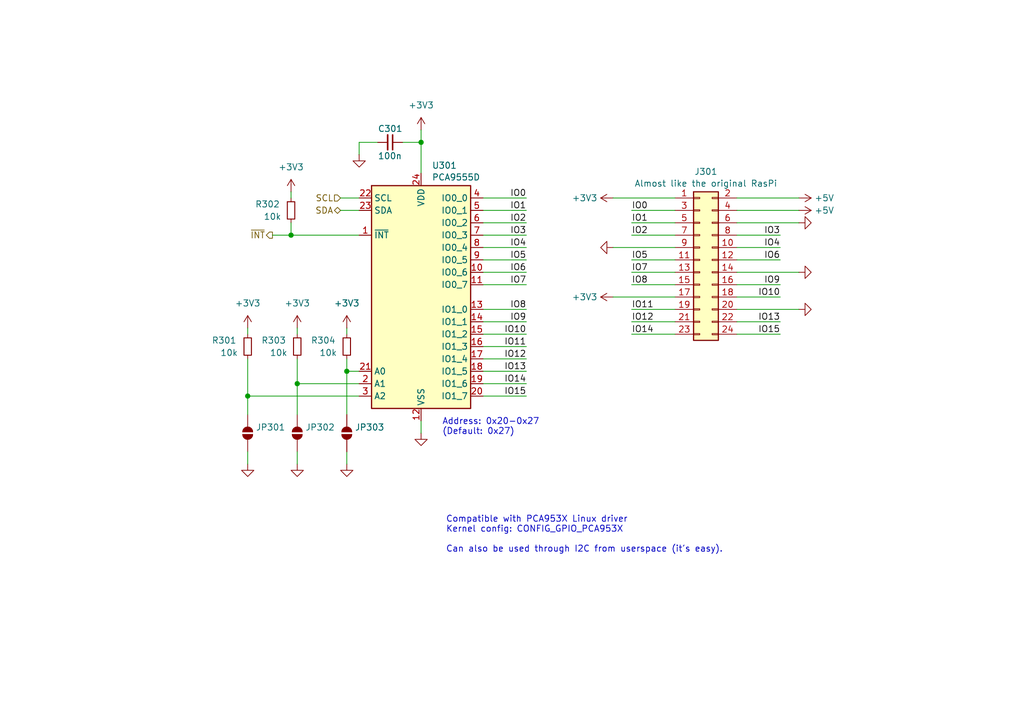
<source format=kicad_sch>
(kicad_sch (version 20231120) (generator "eeschema") (generator_version "8.0")
  (paper "A5")
  (lib_symbols
    (symbol "Connector_Generic:Conn_02x12_Odd_Even" (pin_names (offset 1.016) hide)
      (property "Reference" "J" (at 1.27 15.24 0))
      (property "Value" "Conn_02x12_Odd_Even" (at 1.27 -17.78 0))
      (symbol "Conn_02x12_Odd_Even_1_1"
        (rectangle (start -1.27 -15.113) (end 0 -15.367) (stroke (width 0.1524)))
        (rectangle (start -1.27 -12.573) (end 0 -12.827) (stroke (width 0.1524)))
        (rectangle (start -1.27 -10.033) (end 0 -10.287) (stroke (width 0.1524)))
        (rectangle (start -1.27 -7.493) (end 0 -7.747) (stroke (width 0.1524)))
        (rectangle (start -1.27 -4.953) (end 0 -5.207) (stroke (width 0.1524)))
        (rectangle (start -1.27 -2.413) (end 0 -2.667) (stroke (width 0.1524)))
        (rectangle (start -1.27 0.127) (end 0 -0.127) (stroke (width 0.1524)))
        (rectangle (start -1.27 2.667) (end 0 2.413) (stroke (width 0.1524)))
        (rectangle (start -1.27 5.207) (end 0 4.953) (stroke (width 0.1524)))
        (rectangle (start -1.27 7.747) (end 0 7.493) (stroke (width 0.1524)))
        (rectangle (start -1.27 10.287) (end 0 10.033) (stroke (width 0.1524)))
        (rectangle (start -1.27 12.827) (end 0 12.573) (stroke (width 0.1524)))
        (rectangle (start -1.27 13.97) (end 3.81 -16.51) (stroke (width 0.254)) (fill (type background)))
        (rectangle (start 3.81 -15.113) (end 2.54 -15.367) (stroke (width 0.1524)))
        (rectangle (start 3.81 -12.573) (end 2.54 -12.827) (stroke (width 0.1524)))
        (rectangle (start 3.81 -10.033) (end 2.54 -10.287) (stroke (width 0.1524)))
        (rectangle (start 3.81 -7.493) (end 2.54 -7.747) (stroke (width 0.1524)))
        (rectangle (start 3.81 -4.953) (end 2.54 -5.207) (stroke (width 0.1524)))
        (rectangle (start 3.81 -2.413) (end 2.54 -2.667) (stroke (width 0.1524)))
        (rectangle (start 3.81 0.127) (end 2.54 -0.127) (stroke (width 0.1524)))
        (rectangle (start 3.81 2.667) (end 2.54 2.413) (stroke (width 0.1524)))
        (rectangle (start 3.81 5.207) (end 2.54 4.953) (stroke (width 0.1524)))
        (rectangle (start 3.81 7.747) (end 2.54 7.493) (stroke (width 0.1524)))
        (rectangle (start 3.81 10.287) (end 2.54 10.033) (stroke (width 0.1524)))
        (rectangle (start 3.81 12.827) (end 2.54 12.573) (stroke (width 0.1524)))
        (pin passive line (at -5.08 12.7 0) (length 3.81) (name "Pin_1") (number "1"))
        (pin passive line (at 7.62 2.54 180) (length 3.81) (name "Pin_10") (number "10"))
        (pin passive line (at -5.08 0 0) (length 3.81) (name "Pin_11") (number "11"))
        (pin passive line (at 7.62 0 180) (length 3.81) (name "Pin_12") (number "12"))
        (pin passive line (at -5.08 -2.54 0) (length 3.81) (name "Pin_13") (number "13"))
        (pin passive line (at 7.62 -2.54 180) (length 3.81) (name "Pin_14") (number "14"))
        (pin passive line (at -5.08 -5.08 0) (length 3.81) (name "Pin_15") (number "15"))
        (pin passive line (at 7.62 -5.08 180) (length 3.81) (name "Pin_16") (number "16"))
        (pin passive line (at -5.08 -7.62 0) (length 3.81) (name "Pin_17") (number "17"))
        (pin passive line (at 7.62 -7.62 180) (length 3.81) (name "Pin_18") (number "18"))
        (pin passive line (at -5.08 -10.16 0) (length 3.81) (name "Pin_19") (number "19"))
        (pin passive line (at 7.62 12.7 180) (length 3.81) (name "Pin_2") (number "2"))
        (pin passive line (at 7.62 -10.16 180) (length 3.81) (name "Pin_20") (number "20"))
        (pin passive line (at -5.08 -12.7 0) (length 3.81) (name "Pin_21") (number "21"))
        (pin passive line (at 7.62 -12.7 180) (length 3.81) (name "Pin_22") (number "22"))
        (pin passive line (at -5.08 -15.24 0) (length 3.81) (name "Pin_23") (number "23"))
        (pin passive line (at 7.62 -15.24 180) (length 3.81) (name "Pin_24") (number "24"))
        (pin passive line (at -5.08 10.16 0) (length 3.81) (name "Pin_3") (number "3"))
        (pin passive line (at 7.62 10.16 180) (length 3.81) (name "Pin_4") (number "4"))
        (pin passive line (at -5.08 7.62 0) (length 3.81) (name "Pin_5") (number "5"))
        (pin passive line (at 7.62 7.62 180) (length 3.81) (name "Pin_6") (number "6"))
        (pin passive line (at -5.08 5.08 0) (length 3.81) (name "Pin_7") (number "7"))
        (pin passive line (at 7.62 5.08 180) (length 3.81) (name "Pin_8") (number "8"))
        (pin passive line (at -5.08 2.54 0) (length 3.81) (name "Pin_9") (number "9"))
      )
    )
    (symbol "Device:C_Small" (pin_numbers hide) (pin_names (offset 0.254) hide)
      (property "Reference" "C" (at 0.254 1.778 0))
      (property "Value" "C_Small" (at 0.254 -2.032 0))
      (symbol "C_Small_0_1"
        (polyline (pts (xy -1.524 -0.508) (xy 1.524 -0.508)) (stroke (width 0.3302)))
        (polyline (pts (xy -1.524 0.508) (xy 1.524 0.508)) (stroke (width 0.3048)))
      )
      (symbol "C_Small_1_1"
        (pin passive line (at 0 2.54 270) (length 2.032) (name "~") (number "1"))
        (pin passive line (at 0 -2.54 90) (length 2.032) (name "~") (number "2"))
      )
    )
    (symbol "Device:R_Small" (pin_numbers hide) (pin_names (offset 0.254) hide)
      (property "Reference" "R" (at 0.762 0.508 0))
      (property "Value" "R_Small" (at 0.762 -1.016 0))
      (symbol "R_Small_0_1"
        (rectangle (start -0.762 1.778) (end 0.762 -1.778) (stroke (width 0.2032)))
      )
      (symbol "R_Small_1_1"
        (pin passive line (at 0 2.54 270) (length 0.762) (name "~") (number "1"))
        (pin passive line (at 0 -2.54 90) (length 0.762) (name "~") (number "2"))
      )
    )
    (symbol "Interface_Expansion:PCA9555D"
      (property "Reference" "U" (at -8.89 24.13 0))
      (property "Value" "PCA9555D" (at 6.35 24.13 0))
      (symbol "PCA9555D_0_1"
        (rectangle (start -10.16 22.86) (end 10.16 -22.86) (stroke (width 0.254)) (fill (type background)))
      )
      (symbol "PCA9555D_1_1"
        (pin open_collector line (at -12.7 12.7 0) (length 2.54) (name "~{INT}") (number "1"))
        (pin bidirectional line (at 12.7 5.08 180) (length 2.54) (name "IO0_6") (number "10"))
        (pin bidirectional line (at 12.7 2.54 180) (length 2.54) (name "IO0_7") (number "11"))
        (pin power_in line (at 0 -25.4 90) (length 2.54) (name "VSS") (number "12"))
        (pin bidirectional line (at 12.7 -2.54 180) (length 2.54) (name "IO1_0") (number "13"))
        (pin bidirectional line (at 12.7 -5.08 180) (length 2.54) (name "IO1_1") (number "14"))
        (pin bidirectional line (at 12.7 -7.62 180) (length 2.54) (name "IO1_2") (number "15"))
        (pin bidirectional line (at 12.7 -10.16 180) (length 2.54) (name "IO1_3") (number "16"))
        (pin bidirectional line (at 12.7 -12.7 180) (length 2.54) (name "IO1_4") (number "17"))
        (pin bidirectional line (at 12.7 -15.24 180) (length 2.54) (name "IO1_5") (number "18"))
        (pin bidirectional line (at 12.7 -17.78 180) (length 2.54) (name "IO1_6") (number "19"))
        (pin input line (at -12.7 -17.78 0) (length 2.54) (name "A1") (number "2"))
        (pin bidirectional line (at 12.7 -20.32 180) (length 2.54) (name "IO1_7") (number "20"))
        (pin input line (at -12.7 -15.24 0) (length 2.54) (name "A0") (number "21"))
        (pin input line (at -12.7 20.32 0) (length 2.54) (name "SCL") (number "22"))
        (pin bidirectional line (at -12.7 17.78 0) (length 2.54) (name "SDA") (number "23"))
        (pin power_in line (at 0 25.4 270) (length 2.54) (name "VDD") (number "24"))
        (pin input line (at -12.7 -20.32 0) (length 2.54) (name "A2") (number "3"))
        (pin bidirectional line (at 12.7 20.32 180) (length 2.54) (name "IO0_0") (number "4"))
        (pin bidirectional line (at 12.7 17.78 180) (length 2.54) (name "IO0_1") (number "5"))
        (pin bidirectional line (at 12.7 15.24 180) (length 2.54) (name "IO0_2") (number "6"))
        (pin bidirectional line (at 12.7 12.7 180) (length 2.54) (name "IO0_3") (number "7"))
        (pin bidirectional line (at 12.7 10.16 180) (length 2.54) (name "IO0_4") (number "8"))
        (pin bidirectional line (at 12.7 7.62 180) (length 2.54) (name "IO0_5") (number "9"))
      )
    )
    (symbol "Jumper:SolderJumper_2_Open" (pin_numbers hide) (pin_names (offset 0) hide) (exclude_from_sim yes) (in_bom no)
      (property "Reference" "JP" (at 0 2.032 0))
      (property "Value" "SolderJumper_2_Open" (at 0 -2.54 0))
      (symbol "SolderJumper_2_Open_0_1"
        (arc (start -0.254 1.016) (mid -1.2656 0) (end -0.254 -1.016))
        (arc (start -0.254 1.016) (mid -1.2656 0) (end -0.254 -1.016) (fill (type outline)))
        (polyline (pts (xy -0.254 1.016) (xy -0.254 -1.016)))
        (polyline (pts (xy 0.254 1.016) (xy 0.254 -1.016)))
        (arc (start 0.254 -1.016) (mid 1.2656 0) (end 0.254 1.016))
        (arc (start 0.254 -1.016) (mid 1.2656 0) (end 0.254 1.016) (fill (type outline)))
      )
      (symbol "SolderJumper_2_Open_1_1"
        (pin passive line (at -3.81 0 0) (length 2.54) (name "A") (number "1"))
        (pin passive line (at 3.81 0 180) (length 2.54) (name "B") (number "2"))
      )
    )
    (symbol "power:+3V3" (power) (pin_numbers hide) (pin_names (offset 0) hide)
      (property "Value" "+3V3" (at 0 3.556 0))
      (symbol "+3V3_0_1"
        (polyline (pts (xy -0.762 1.27) (xy 0 2.54)))
        (polyline (pts (xy 0 0) (xy 0 2.54)))
        (polyline (pts (xy 0 2.54) (xy 0.762 1.27)))
      )
      (symbol "+3V3_1_1"
        (pin power_in line (at 0 0 90) (length 0) (name "~") (number "1"))
      )
    )
    (symbol "power:+5V" (power) (pin_numbers hide) (pin_names (offset 0) hide)
      (property "Value" "+5V" (at 0 3.556 0))
      (symbol "+5V_0_1"
        (polyline (pts (xy -0.762 1.27) (xy 0 2.54)))
        (polyline (pts (xy 0 0) (xy 0 2.54)))
        (polyline (pts (xy 0 2.54) (xy 0.762 1.27)))
      )
      (symbol "+5V_1_1"
        (pin power_in line (at 0 0 90) (length 0) (name "~") (number "1"))
      )
    )
    (symbol "power:GND" (power) (pin_numbers hide) (pin_names (offset 0) hide)
      (property "Value" "GND" (at 0 -3.81 0))
      (symbol "GND_0_1"
        (polyline (pts (xy 0 0) (xy 0 -1.27) (xy 1.27 -1.27) (xy 0 -2.54) (xy -1.27 -1.27) (xy 0 -1.27)))
      )
      (symbol "GND_1_1"
        (pin power_in line (at 0 0 270) (length 0) (name "~") (number "1"))
      )
    )
  )
  (junction (at 71.12 76.2))
  (junction (at 50.8 81.28))
  (junction (at 60.96 78.74))
  (junction (at 59.69 48.26))
  (junction (at 86.36 29.21))
  (wire (pts (xy 99.06 68.58) (xy 107.95 68.58)))
  (wire (pts (xy 60.96 73.66) (xy 60.96 78.74)))
  (wire (pts (xy 60.96 67.31) (xy 60.96 68.58)))
  (wire (pts (xy 99.06 76.2) (xy 107.95 76.2)))
  (wire (pts (xy 151.13 53.34) (xy 160.02 53.34)))
  (wire (pts (xy 86.36 29.21) (xy 82.55 29.21)))
  (wire (pts (xy 99.06 50.8) (xy 107.95 50.8)))
  (wire (pts (xy 151.13 63.5) (xy 163.83 63.5)))
  (wire (pts (xy 125.73 50.8) (xy 138.43 50.8)))
  (wire (pts (xy 59.69 39.37) (xy 59.69 40.64)))
  (wire (pts (xy 99.06 45.72) (xy 107.95 45.72)))
  (wire (pts (xy 151.13 58.42) (xy 160.02 58.42)))
  (wire (pts (xy 99.06 53.34) (xy 107.95 53.34)))
  (wire (pts (xy 73.66 29.21) (xy 73.66 31.75)))
  (wire (pts (xy 163.83 40.64) (xy 151.13 40.64)))
  (wire (pts (xy 60.96 92.71) (xy 60.96 95.25)))
  (wire (pts (xy 99.06 78.74) (xy 107.95 78.74)))
  (wire (pts (xy 138.43 55.88) (xy 129.54 55.88)))
  (wire (pts (xy 50.8 73.66) (xy 50.8 81.28)))
  (wire (pts (xy 99.06 55.88) (xy 107.95 55.88)))
  (wire (pts (xy 71.12 67.31) (xy 71.12 68.58)))
  (wire (pts (xy 151.13 60.96) (xy 160.02 60.96)))
  (wire (pts (xy 151.13 45.72) (xy 163.83 45.72)))
  (wire (pts (xy 151.13 48.26) (xy 160.02 48.26)))
  (wire (pts (xy 138.43 63.5) (xy 129.54 63.5)))
  (wire (pts (xy 73.66 81.28) (xy 50.8 81.28)))
  (wire (pts (xy 71.12 73.66) (xy 71.12 76.2)))
  (wire (pts (xy 138.43 45.72) (xy 129.54 45.72)))
  (wire (pts (xy 138.43 66.04) (xy 129.54 66.04)))
  (wire (pts (xy 99.06 40.64) (xy 107.95 40.64)))
  (wire (pts (xy 125.73 40.64) (xy 138.43 40.64)))
  (wire (pts (xy 99.06 66.04) (xy 107.95 66.04)))
  (wire (pts (xy 138.43 58.42) (xy 129.54 58.42)))
  (wire (pts (xy 99.06 48.26) (xy 107.95 48.26)))
  (wire (pts (xy 86.36 29.21) (xy 86.36 35.56)))
  (wire (pts (xy 99.06 73.66) (xy 107.95 73.66)))
  (wire (pts (xy 151.13 50.8) (xy 160.02 50.8)))
  (wire (pts (xy 151.13 55.88) (xy 163.83 55.88)))
  (wire (pts (xy 99.06 71.12) (xy 107.95 71.12)))
  (wire (pts (xy 69.85 40.64) (xy 73.66 40.64)))
  (wire (pts (xy 50.8 81.28) (xy 50.8 85.09)))
  (wire (pts (xy 99.06 43.18) (xy 107.95 43.18)))
  (wire (pts (xy 138.43 68.58) (xy 129.54 68.58)))
  (wire (pts (xy 71.12 76.2) (xy 73.66 76.2)))
  (wire (pts (xy 138.43 43.18) (xy 129.54 43.18)))
  (wire (pts (xy 50.8 92.71) (xy 50.8 95.25)))
  (wire (pts (xy 73.66 78.74) (xy 60.96 78.74)))
  (wire (pts (xy 71.12 76.2) (xy 71.12 85.09)))
  (wire (pts (xy 69.85 43.18) (xy 73.66 43.18)))
  (wire (pts (xy 99.06 81.28) (xy 107.95 81.28)))
  (wire (pts (xy 151.13 43.18) (xy 163.83 43.18)))
  (wire (pts (xy 86.36 26.67) (xy 86.36 29.21)))
  (wire (pts (xy 99.06 58.42) (xy 107.95 58.42)))
  (wire (pts (xy 71.12 92.71) (xy 71.12 95.25)))
  (wire (pts (xy 151.13 68.58) (xy 160.02 68.58)))
  (wire (pts (xy 50.8 67.31) (xy 50.8 68.58)))
  (wire (pts (xy 55.88 48.26) (xy 59.69 48.26)))
  (wire (pts (xy 59.69 45.72) (xy 59.69 48.26)))
  (wire (pts (xy 138.43 48.26) (xy 129.54 48.26)))
  (wire (pts (xy 151.13 66.04) (xy 160.02 66.04)))
  (wire (pts (xy 59.69 48.26) (xy 73.66 48.26)))
  (wire (pts (xy 77.47 29.21) (xy 73.66 29.21)))
  (wire (pts (xy 138.43 60.96) (xy 125.73 60.96)))
  (wire (pts (xy 60.96 78.74) (xy 60.96 85.09)))
  (wire (pts (xy 99.06 63.5) (xy 107.95 63.5)))
  (wire (pts (xy 86.36 86.36) (xy 86.36 88.9)))
  (wire (pts (xy 138.43 53.34) (xy 129.54 53.34)))
  (text "Compatible with PCA953X Linux driver\nKernel config: CONFIG_GPIO_PCA953X\n\nCan also be used through I2C from userspace (it's easy)." (at 91.44 109.728 0) (effects (font (size 1.27 1.27)) (justify left)))
  (text "Address: 0x20-0x27\n(Default: 0x27)" (at 90.678 87.63 0) (effects (font (size 1.27 1.27)) (justify left)))
  (label "IO15" (at 107.95 81.28 180))
  (label "IO0" (at 107.95 40.64 180))
  (label "IO3" (at 160.02 48.26 180))
  (label "IO9" (at 107.95 66.04 180))
  (label "IO0" (at 129.54 43.18 0))
  (label "IO11" (at 107.95 71.12 180))
  (label "IO7" (at 107.95 58.42 180))
  (label "IO10" (at 160.02 60.96 180))
  (label "IO7" (at 129.54 55.88 0))
  (label "IO14" (at 129.54 68.58 0))
  (label "IO13" (at 160.02 66.04 180))
  (label "IO1" (at 129.54 45.72 0))
  (label "IO8" (at 107.95 63.5 180))
  (label "IO2" (at 129.54 48.26 0))
  (label "IO3" (at 107.95 48.26 180))
  (label "IO15" (at 160.02 68.58 180))
  (label "IO13" (at 107.95 76.2 180))
  (label "IO6" (at 107.95 55.88 180))
  (label "IO5" (at 107.95 53.34 180))
  (label "IO12" (at 107.95 73.66 180))
  (label "IO10" (at 107.95 68.58 180))
  (label "IO4" (at 107.95 50.8 180))
  (label "IO14" (at 107.95 78.74 180))
  (label "IO6" (at 160.02 53.34 180))
  (label "IO9" (at 160.02 58.42 180))
  (label "IO4" (at 160.02 50.8 180))
  (label "IO5" (at 129.54 53.34 0))
  (label "IO1" (at 107.95 43.18 180))
  (label "IO2" (at 107.95 45.72 180))
  (label "IO8" (at 129.54 58.42 0))
  (label "IO11" (at 129.54 63.5 0))
  (label "IO12" (at 129.54 66.04 0))
  (hierarchical_label "SCL" (shape input) (at 69.85 40.64 180))
  (hierarchical_label "SDA" (shape bidirectional) (at 69.85 43.18 180))
  (hierarchical_label "~{INT}" (shape output) (at 55.88 48.26 180))
  (symbol (lib_id "Jumper:SolderJumper_2_Open") (at 60.96 88.9 270) (unit 1) (exclude_from_sim yes) (in_bom no)
    (property "Reference" "JP302" (at 62.611 87.6878 90) (effects (justify left)))
    (property "Value" "SolderJumper_2_Open" (effects (hide yes)))
    (property "Footprint" "Jumper:SolderJumper-2_P1.3mm_Open_TrianglePad1.0x1.5mm" (effects (hide yes)))
    (property "Description" "Solder Jumper, 2-pole, open" (effects (hide yes)))
  )
  (symbol (lib_id "power:+3V3") (at 50.8 67.31 0) (unit 1)
    (property "Reference" "#PWR0301" (effects (hide yes)))
    (property "Value" "+3V3" (at 50.8 62.23 0))
    (property "Description" "Power symbol creates a global label with name \"+3V3\"" (effects (hide yes)))
  )
  (symbol (lib_id "power:GND") (at 60.96 95.25 0) (unit 1)
    (property "Reference" "#PWR0305" (effects (hide yes)))
    (property "Value" "GND" (effects (hide yes)))
  )
  (symbol (lib_id "power:+3V3") (at 59.69 39.37 0) (unit 1)
    (property "Reference" "#PWR0303" (effects (hide yes)))
    (property "Value" "+3V3" (at 59.69 34.29 0))
    (property "Description" "Power symbol creates a global label with name \"+3V3\"" (effects (hide yes)))
  )
  (symbol (lib_id "Connector_Generic:Conn_02x12_Odd_Even") (at 143.51 53.34 0) (unit 1)
    (property "Reference" "J301" (at 144.78 35.2255 0))
    (property "Value" "Almost like the original RasPi" (at 144.78 37.6498 0))
    (property "Footprint" "Connector_PinHeader_2.54mm:PinHeader_2x12_P2.54mm_Horizontal" (effects (hide yes)))
    (property "Description" "Generic connector, double row, 02x12, odd/even pin numbering scheme (row 1 odd numbers, row 2 even numbers), script generated (kicad-library-utils/schlib/autogen/connector/)" (effects (hide yes)))
  )
  (symbol (lib_id "Device:R_Small") (at 60.96 71.12 180) (unit 1)
    (property "Reference" "R303" (at 56.134 69.85 0))
    (property "Value" "10k" (at 57.15 72.39 0))
    (property "Footprint" "Resistor_SMD:R_0603_1608Metric" (effects (hide yes)))
  )
  (symbol (lib_id "power:+3V3") (at 125.73 60.96 90) (unit 1)
    (property "Reference" "#PWR0321" (effects (hide yes)))
    (property "Value" "+3V3" (at 122.555 60.96 90) (effects (justify left)))
    (property "Description" "Power symbol creates a global label with name \"+3V3\"" (effects (hide yes)))
  )
  (symbol (lib_id "power:GND") (at 125.73 50.8 270) (unit 1)
    (property "Reference" "#PWR0312" (effects (hide yes)))
    (property "Value" "GND" (effects (hide yes)))
  )
  (symbol (lib_id "power:+3V3") (at 60.96 67.31 0) (unit 1)
    (property "Reference" "#PWR0304" (effects (hide yes)))
    (property "Value" "+3V3" (at 60.96 62.23 0))
    (property "Description" "Power symbol creates a global label with name \"+3V3\"" (effects (hide yes)))
  )
  (symbol (lib_id "power:GND") (at 50.8 95.25 0) (unit 1)
    (property "Reference" "#PWR0302" (effects (hide yes)))
    (property "Value" "GND" (effects (hide yes)))
  )
  (symbol (lib_id "power:+5V") (at 163.83 40.64 270) (unit 1)
    (property "Reference" "#PWR0316" (effects (hide yes)))
    (property "Value" "+5V" (at 167.005 40.64 90) (effects (justify left)))
    (property "Description" "Power symbol creates a global label with name \"+5V\"" (effects (hide yes)))
  )
  (symbol (lib_id "power:GND") (at 71.12 95.25 0) (unit 1)
    (property "Reference" "#PWR0307" (effects (hide yes)))
    (property "Value" "GND" (effects (hide yes)))
  )
  (symbol (lib_id "power:GND") (at 163.83 45.72 90) (unit 1)
    (property "Reference" "#PWR0313" (effects (hide yes)))
    (property "Value" "GND" (effects (hide yes)))
  )
  (symbol (lib_id "power:GND") (at 86.36 88.9 0) (unit 1)
    (property "Reference" "#PWR0310" (effects (hide yes)))
    (property "Value" "GND" (effects (hide yes)))
  )
  (symbol (lib_id "power:+3V3") (at 71.12 67.31 0) (unit 1)
    (property "Reference" "#PWR0306" (effects (hide yes)))
    (property "Value" "+3V3" (at 71.12 62.23 0))
    (property "Description" "Power symbol creates a global label with name \"+3V3\"" (effects (hide yes)))
  )
  (symbol (lib_id "Jumper:SolderJumper_2_Open") (at 71.12 88.9 270) (unit 1) (exclude_from_sim yes) (in_bom no)
    (property "Reference" "JP303" (at 72.771 87.6878 90) (effects (justify left)))
    (property "Value" "SolderJumper_2_Open" (effects (hide yes)))
    (property "Footprint" "Jumper:SolderJumper-2_P1.3mm_Open_TrianglePad1.0x1.5mm" (effects (hide yes)))
    (property "Description" "Solder Jumper, 2-pole, open" (effects (hide yes)))
  )
  (symbol (lib_id "power:+3V3") (at 125.73 40.64 90) (unit 1)
    (property "Reference" "#PWR0320" (effects (hide yes)))
    (property "Value" "+3V3" (at 122.555 40.64 90) (effects (justify left)))
    (property "Description" "Power symbol creates a global label with name \"+3V3\"" (effects (hide yes)))
  )
  (symbol (lib_id "power:GND") (at 73.66 31.75 0) (mirror y) (unit 1)
    (property "Reference" "#PWR0308" (effects (hide yes)))
    (property "Value" "GND" (effects (hide yes)))
  )
  (symbol (lib_id "power:GND") (at 163.83 63.5 90) (unit 1)
    (property "Reference" "#PWR0314" (effects (hide yes)))
    (property "Value" "GND" (effects (hide yes)))
  )
  (symbol (lib_id "power:+3V3") (at 86.36 26.67 0) (unit 1)
    (property "Reference" "#PWR0309" (effects (hide yes)))
    (property "Value" "+3V3" (at 86.36 21.59 0))
    (property "Description" "Power symbol creates a global label with name \"+3V3\"" (effects (hide yes)))
  )
  (symbol (lib_id "Device:R_Small") (at 71.12 71.12 180) (unit 1)
    (property "Reference" "R304" (at 66.294 69.85 0))
    (property "Value" "10k" (at 67.31 72.39 0))
    (property "Footprint" "Resistor_SMD:R_0603_1608Metric" (effects (hide yes)))
  )
  (symbol (lib_id "Jumper:SolderJumper_2_Open") (at 50.8 88.9 270) (unit 1) (exclude_from_sim yes) (in_bom no)
    (property "Reference" "JP301" (at 52.451 87.6878 90) (effects (justify left)))
    (property "Value" "SolderJumper_2_Open" (effects (hide yes)))
    (property "Footprint" "Jumper:SolderJumper-2_P1.3mm_Open_TrianglePad1.0x1.5mm" (effects (hide yes)))
    (property "Description" "Solder Jumper, 2-pole, open" (effects (hide yes)))
  )
  (symbol (lib_id "Device:R_Small") (at 59.69 43.18 180) (unit 1)
    (property "Reference" "R302" (at 54.864 41.91 0))
    (property "Value" "10k" (at 55.88 44.45 0))
    (property "Footprint" "Resistor_SMD:R_0603_1608Metric" (effects (hide yes)))
  )
  (symbol (lib_id "Device:C_Small") (at 80.01 29.21 270) (unit 1)
    (property "Reference" "C301" (at 77.47 26.416 90) (effects (justify left)))
    (property "Value" "100n" (at 77.47 32.004 90) (effects (justify left)))
    (property "Footprint" "Capacitor_SMD:C_0603_1608Metric" (effects (hide yes)))
  )
  (symbol (lib_id "Device:R_Small") (at 50.8 71.12 180) (unit 1)
    (property "Reference" "R301" (at 45.974 69.85 0))
    (property "Value" "10k" (at 46.99 72.39 0))
    (property "Footprint" "Resistor_SMD:R_0603_1608Metric" (effects (hide yes)))
  )
  (symbol (lib_id "power:+5V") (at 163.83 43.18 270) (unit 1)
    (property "Reference" "#PWR0322" (effects (hide yes)))
    (property "Value" "+5V" (at 167.005 43.18 90) (effects (justify left)))
    (property "Description" "Power symbol creates a global label with name \"+5V\"" (effects (hide yes)))
  )
  (symbol (lib_id "Interface_Expansion:PCA9555D") (at 86.36 60.96 0) (unit 1)
    (property "Reference" "U301" (at 88.5541 33.9555 0) (effects (justify left)))
    (property "Value" "PCA9555D" (at 88.5541 36.3798 0) (effects (justify left)))
    (property "Footprint" "Package_SO:SOIC-24W_7.5x15.4mm_P1.27mm" (effects (hide yes)))
    (property "Datasheet" "https://www.nxp.com/docs/en/data-sheet/PCA9555.pdf" (effects (hide yes)))
    (property "Description" "IO expander 16 GPIO, I2C 400kHz, Interrupt, 2.3 - 5.5V, SOIC-24" (effects (hide yes)))
    (property "Alt" "PCA9535, TCA9555" (effects (hide yes)))
  )
  (symbol (lib_id "power:GND") (at 163.83 55.88 90) (unit 1)
    (property "Reference" "#PWR0319" (effects (hide yes)))
    (property "Value" "GND" (effects (hide yes)))
  )
)
</source>
